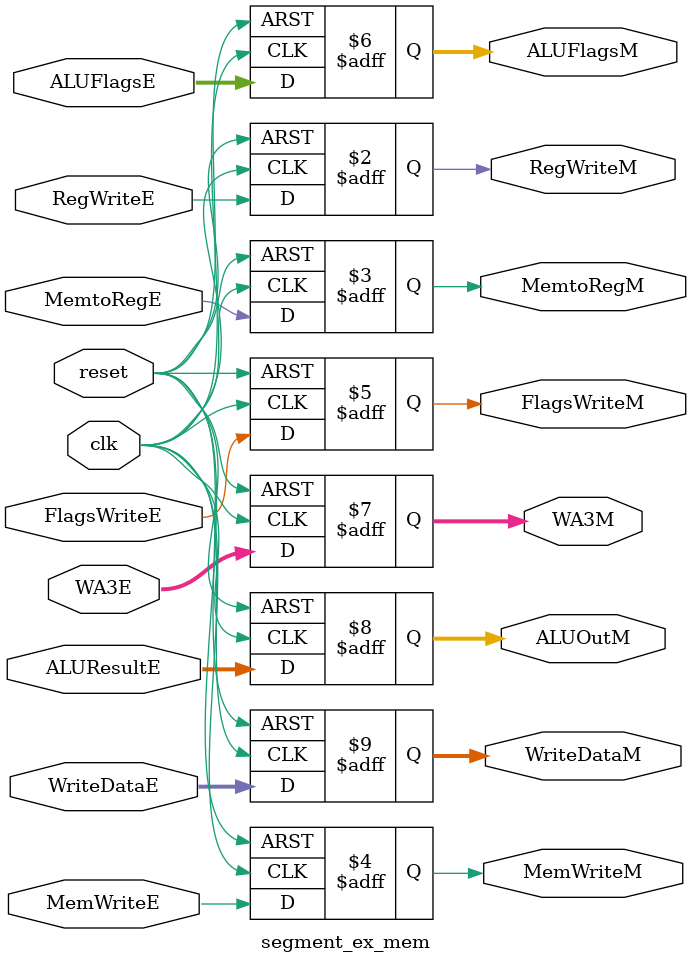
<source format=sv>
module segment_ex_mem 
(
	// Entradas
	input logic clk, reset, RegWriteE, MemtoRegE, MemWriteE, FlagsWriteE, 
	input logic [1:0] ALUFlagsE,
	input logic [3:0] WA3E,
	input logic [31:0] ALUResultE, WriteDataE,
	
	// Salidas
	output logic RegWriteM, MemtoRegM, MemWriteM, FlagsWriteM, 
	output logic [1:0] ALUFlagsM,
	output logic [3:0] WA3M,
	output logic [31:0] ALUOutM, WriteDataM
);
			
	always_ff@(negedge clk, posedge reset)
		if(reset)
			begin
				
				RegWriteM = 0;
				MemtoRegM = 0;
				MemWriteM = 0;
				ALUOutM = 0;
				WriteDataM = 0;
				WA3M = 0;
				FlagsWriteM = 0;
				ALUFlagsM = 0;
				
			end
			
		else 
			begin
			
				RegWriteM = RegWriteE;
				MemtoRegM = MemtoRegE;
				MemWriteM = MemWriteE;
				ALUOutM = ALUResultE;
				WriteDataM = WriteDataE;
				WA3M = WA3E;
				FlagsWriteM = FlagsWriteE;
				ALUFlagsM = ALUFlagsE;
				
			end
		
endmodule
</source>
